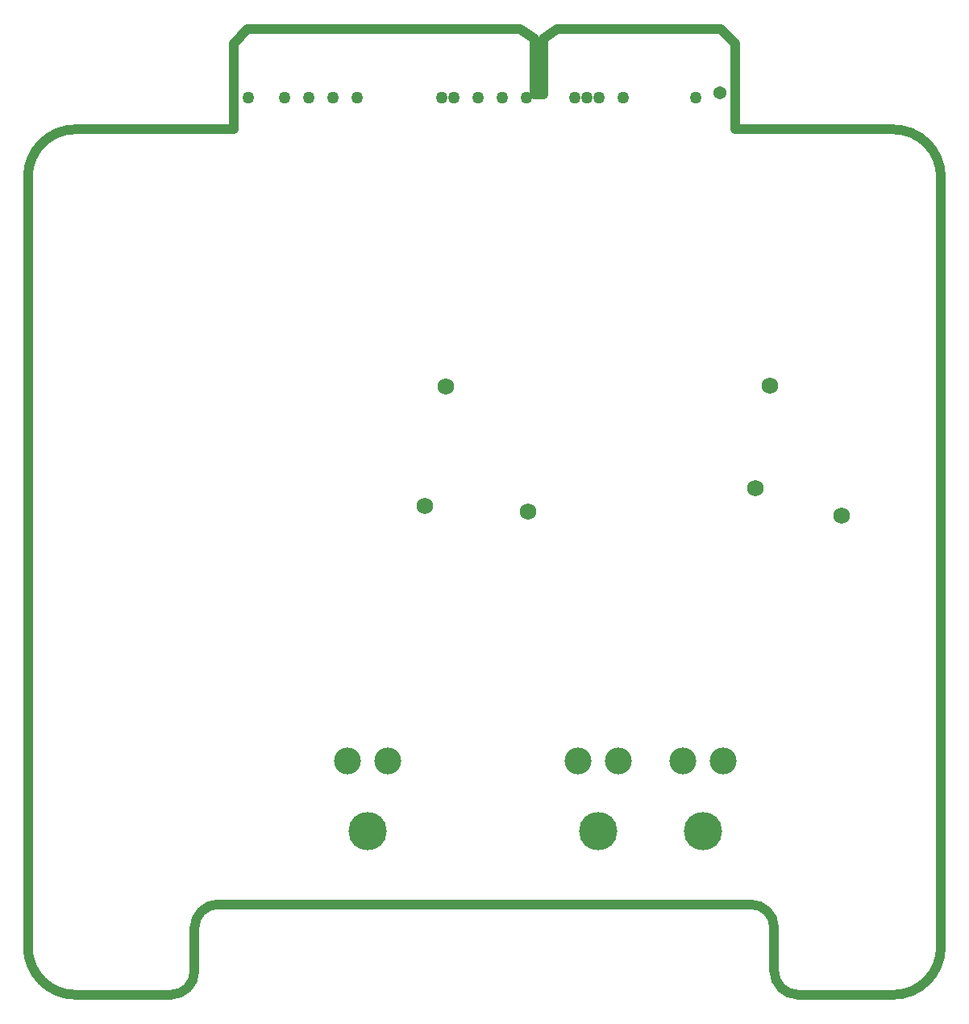
<source format=gbr>
%TF.GenerationSoftware,Altium Limited,Altium Designer,22.11.1 (43)*%
G04 Layer_Physical_Order=3*
G04 Layer_Color=128*
%FSLAX45Y45*%
%MOMM*%
%TF.SameCoordinates,F2FF868D-8EDF-4B6E-A412-4C3DA5591A8F*%
%TF.FilePolarity,Negative*%
%TF.FileFunction,Copper,L3,Inr,Plane*%
%TF.Part,Single*%
G01*
G75*
%TA.AperFunction,ViaPad*%
%ADD26C,1.27000*%
%TA.AperFunction,NonConductor*%
%ADD29C,1.01600*%
%TA.AperFunction,ComponentPad*%
%ADD30C,4.01600*%
%ADD31C,2.81600*%
%TA.AperFunction,ViaPad*%
%ADD32C,1.72700*%
%ADD33C,1.72720*%
%ADD34C,1.37200*%
D26*
X7016700Y9410000D02*
D03*
X6254700D02*
D03*
X6000700D02*
D03*
X5873700D02*
D03*
X5746700D02*
D03*
X5238700D02*
D03*
X4984700D02*
D03*
X4730700D02*
D03*
X4476700D02*
D03*
X4349700D02*
D03*
X3460700D02*
D03*
X3206700D02*
D03*
X2952700D02*
D03*
X2698700D02*
D03*
X2317700D02*
D03*
D29*
X0Y500000D02*
G03*
X500000Y0I500000J0D01*
G01*
Y9080500D02*
G03*
X0Y8580500I0J-500000D01*
G01*
X9588500D02*
G03*
X9088500Y9080500I-500000J0D01*
G01*
Y0D02*
G03*
X9588500Y500000I0J500000D01*
G01*
X7838500Y250000D02*
G03*
X8088500Y0I250000J0D01*
G01*
X7838500Y700000D02*
G03*
X7588500Y950000I-250000J0D01*
G01*
X2000000D02*
G03*
X1750000Y700000I0J-250000D01*
G01*
X1500000Y0D02*
G03*
X1750000Y250000I-0J250000D01*
G01*
X0Y500000D02*
Y8580500D01*
X500000Y9080500D02*
X2160250D01*
X2160200Y9982500D02*
X2160250Y9080500D01*
X2160200Y9982500D02*
X2310200Y10132300D01*
X5170200D01*
X5320200Y10032300D01*
X5320250Y9444500D01*
X5411200D01*
Y10032300D01*
X5561200Y10132300D01*
Y10132500D01*
X7278200D01*
X7278200Y10132300D02*
X7278200Y10132500D01*
X7278200Y10132300D02*
X7428200Y9982500D01*
Y9080500D02*
Y9982500D01*
Y9080500D02*
X9088500D01*
X9588500Y500000D02*
Y8580500D01*
X8088500Y0D02*
X9088500D01*
X7838500Y250000D02*
Y700000D01*
X2000000Y950000D02*
X7588500D01*
X1750000Y250000D02*
X1750000Y700000D01*
X500000Y0D02*
X1500000D01*
D30*
X5990000Y1720000D02*
D03*
X3570000D02*
D03*
X7090000D02*
D03*
D31*
X6200000Y2450000D02*
D03*
X5780000D02*
D03*
X3360000D02*
D03*
X3780000D02*
D03*
X7300000D02*
D03*
X6880000D02*
D03*
D32*
X8550000Y5030000D02*
D03*
D33*
X5250000Y5070000D02*
D03*
X7643500Y5314844D02*
D03*
X4170000Y5130000D02*
D03*
X7790000Y6390000D02*
D03*
X4390000Y6380000D02*
D03*
D34*
X7270700Y9460000D02*
D03*
%TF.MD5,86488386934ec8945ba10a2aeabbe80f*%
M02*

</source>
